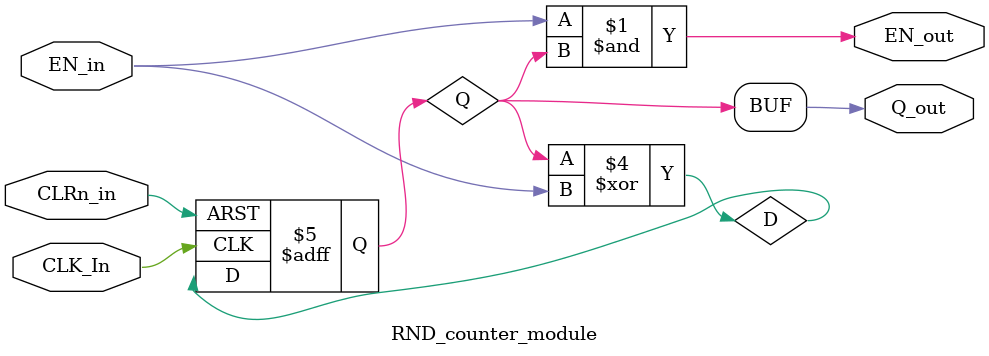
<source format=v>


// PROGRAM		"Quartus Prime"
// VERSION		"Version 18.0.0 Build 614 04/24/2018 SJ Lite Edition"
// CREATED		"Wed Mar 29 15:08:01 2023"

module RND_counter_module(
	CLK_In,
	EN_in,
	CLRn_in,
	Q_out,
	EN_out
);

input wire	CLK_In;
input wire	EN_in;
input wire	CLRn_in;
output wire	Q_out;
output wire	EN_out;

reg	Q;
wire	D;

assign	Q_out = Q;

assign	EN_out = EN_in & Q;

always@(posedge CLK_In or negedge CLRn_in)
begin
if (!CLRn_in)
	begin
	Q <= 0;
	end
else
	begin
	Q <= D;
	end
end

assign	D = Q ^ EN_in;

endmodule

</source>
